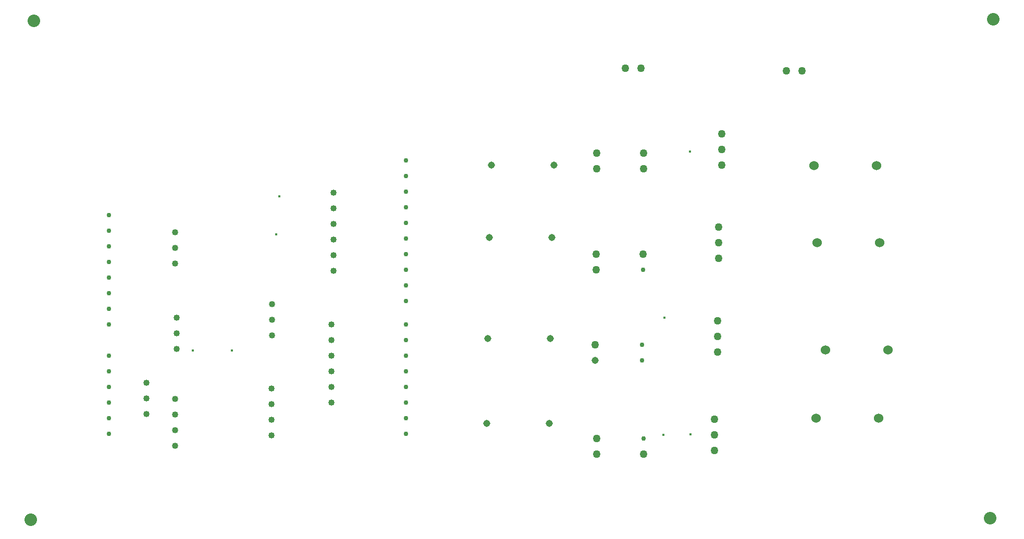
<source format=gbr>
G04 PROTEUS GERBER X2 FILE*
%TF.GenerationSoftware,Labcenter,Proteus,8.6-SP2-Build23525*%
%TF.CreationDate,2019-06-30T03:38:34+00:00*%
%TF.FileFunction,Plated,0,2,PTH*%
%TF.FilePolarity,Positive*%
%TF.Part,Single*%
%FSLAX45Y45*%
%MOMM*%
G01*
%TA.AperFunction,ViaDrill*%
%ADD21C,0.381000*%
%TA.AperFunction,ComponentDrill*%
%ADD22C,1.270000*%
%TA.AperFunction,ComponentDrill*%
%ADD23C,1.143000*%
%TA.AperFunction,ComponentDrill*%
%ADD24C,0.762000*%
%TA.AperFunction,ComponentDrill*%
%ADD25C,1.524000*%
%TA.AperFunction,ComponentDrill*%
%ADD26C,1.016000*%
%TA.AperFunction,OtherDrill,Unknown*%
%ADD27C,2.032000*%
%TD.AperFunction*%
D21*
X+340159Y+853731D03*
X+360000Y+2760000D03*
X-6672199Y+2225371D03*
X-7307199Y+2225371D03*
X-5900000Y+4733975D03*
X-5950000Y+4110000D03*
X+768982Y+5456450D03*
X+780000Y+860000D03*
D22*
X-742000Y+5430000D03*
X-742000Y+5176000D03*
X+20000Y+5176000D03*
X+20000Y+5430000D03*
D23*
X-1434000Y+5240000D03*
X-2450000Y+5240000D03*
D22*
X-752000Y+3790000D03*
X-752000Y+3536000D03*
D24*
X+10000Y+3536000D03*
D22*
X+10000Y+3790000D03*
D23*
X-1474000Y+4060000D03*
X-2490000Y+4060000D03*
X-1494000Y+2420000D03*
X-2510000Y+2420000D03*
D22*
X-742000Y+794000D03*
X-742000Y+540000D03*
X+20000Y+540000D03*
D24*
X+20000Y+794000D03*
D23*
X-1514000Y+1040000D03*
X-2530000Y+1040000D03*
D22*
X+1290000Y+5750000D03*
X+1290000Y+5496000D03*
X+1290000Y+5242000D03*
X+1240000Y+4228000D03*
X+1240000Y+3974000D03*
X+1240000Y+3720000D03*
X+1220000Y+2710000D03*
X+1220000Y+2456000D03*
X+1220000Y+2202000D03*
X+1170000Y+1110000D03*
X+1170000Y+856000D03*
X+1170000Y+602000D03*
D25*
X+3990000Y+2230000D03*
X+2974000Y+2230000D03*
X+2840000Y+3980000D03*
X+3856000Y+3980000D03*
X+3800000Y+5230000D03*
X+2784000Y+5230000D03*
X+2824000Y+1120000D03*
X+3840000Y+1120000D03*
D22*
X-772000Y+2314000D03*
D23*
X-772000Y+2060000D03*
D24*
X-10000Y+2060000D03*
X-10000Y+2314000D03*
D26*
X-7590000Y+3642000D03*
X-7590000Y+3896000D03*
X-7590000Y+4150000D03*
X-7570000Y+2252000D03*
X-7570000Y+2506000D03*
X-7570000Y+2760000D03*
X-6020000Y+2980000D03*
X-6020000Y+2726000D03*
X-6020000Y+2472000D03*
X-5050000Y+2650000D03*
X-5050000Y+2396000D03*
X-5050000Y+2142000D03*
X-5050000Y+1888000D03*
X-5050000Y+1634000D03*
X-5050000Y+1380000D03*
D24*
X-3840000Y+870000D03*
X-3840000Y+1124000D03*
X-3840000Y+1378000D03*
X-3840000Y+1632000D03*
X-8666000Y+3664000D03*
X-3840000Y+1886000D03*
X-3840000Y+2140000D03*
X-8666000Y+3410000D03*
X-3840000Y+2394000D03*
X-3840000Y+2648000D03*
X-3840000Y+3029000D03*
X-3840000Y+3283000D03*
X-3840000Y+3537000D03*
X-3840000Y+3791000D03*
X-3840000Y+4045000D03*
X-3840000Y+4299000D03*
X-8666000Y+4426000D03*
X-8666000Y+2140000D03*
X-8666000Y+1886000D03*
X-8666000Y+1632000D03*
X-8666000Y+1378000D03*
X-8666000Y+1124000D03*
X-8666000Y+870000D03*
X-3840000Y+4807000D03*
X-8666000Y+3156000D03*
X-8666000Y+2902000D03*
X-3840000Y+4553000D03*
X-8666000Y+4172000D03*
X-8666000Y+3918000D03*
X-3840000Y+5315000D03*
X-3840000Y+5061000D03*
X-8666000Y+2648000D03*
D26*
X-5020000Y+4794000D03*
X-5020000Y+4540000D03*
X-5020000Y+4286000D03*
X-5020000Y+4032000D03*
X-5020000Y+3778000D03*
X-5020000Y+3524000D03*
X-6030000Y+1610000D03*
X-6030000Y+1356000D03*
X-6030000Y+1102000D03*
X-6030000Y+848000D03*
X-7590000Y+678000D03*
X-7590000Y+932000D03*
X-7590000Y+1186000D03*
X-7590000Y+1440000D03*
D22*
X-280000Y+6810000D03*
X-26000Y+6810000D03*
X+2336000Y+6770000D03*
X+2590000Y+6770000D03*
D26*
X-8060000Y+1190000D03*
X-8060000Y+1444000D03*
X-8060000Y+1698000D03*
D27*
X-9940000Y-530000D03*
X-9890000Y+7580000D03*
X+5700000Y+7610000D03*
X+5650000Y-500000D03*
M02*

</source>
